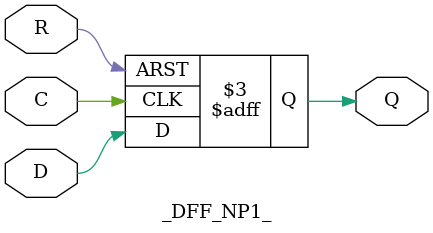
<source format=v>
module _DFF_NP1_(D, Q, C, R);
input D, C, R;
output reg Q;
always @(negedge C or posedge R) begin
	if (R == 1)
		Q <= 1;
	else
		Q <= D;
end
endmodule
</source>
